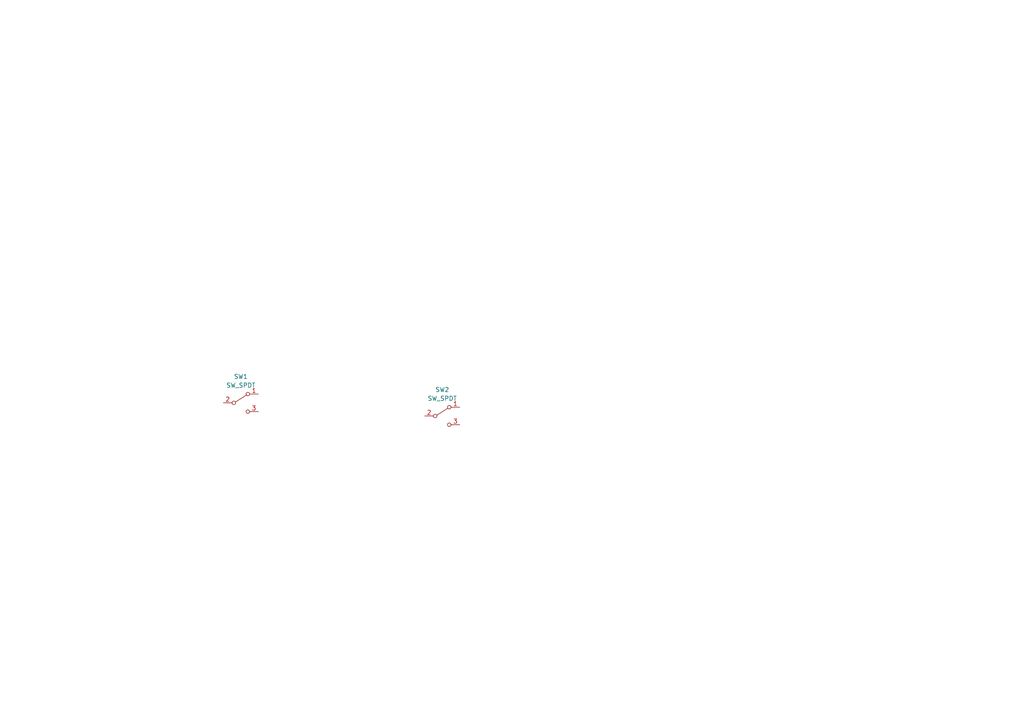
<source format=kicad_sch>
(kicad_sch (version 20230121) (generator eeschema)
  (paper "A4")
  (lib_symbols
    (symbol "Switch:SW_SPDT" (pin_names (offset 0) hide)
      (property "Reference" "SW" (at 0 4.318 0))
      (property "Value" "SW_SPDT" (at 0 -5.08 0))
      (symbol "SW_SPDT_0_0"
        (circle (center -2.032 0) (radius 0.508))
        (circle (center 2.032 -2.54) (radius 0.508))
      )
      (symbol "SW_SPDT_0_1"
        (polyline (pts (xy -1.524 0.254) (xy 1.651 2.286)))
        (circle (center 2.032 2.54) (radius 0.508))
      )
      (symbol "SW_SPDT_1_1"
        (pin passive line (at 5.08 2.54 180) (length 2.54) (name "A") (number "1"))
        (pin passive line (at -5.08 0 0) (length 2.54) (name "B") (number "2"))
        (pin passive line (at 5.08 -2.54 180) (length 2.54) (name "C") (number "3"))
      )
    )
  )
  (symbol (lib_id "Switch:SW_SPDT") (at 69.85 116.84 0) (unit 1)
    (property "Reference" "SW1" (at 69.85 109.22 0))
    (property "Value" "SW_SPDT" (at 69.85 111.76 0))
    (property "Footprint" "Library:MTS-102 panel hole" (effects hide))
  )
  (symbol (lib_id "Switch:SW_SPDT") (at 128.27 120.65 0) (unit 1)
    (property "Reference" "SW2" (at 128.27 113.03 0))
    (property "Value" "SW_SPDT" (at 128.27 115.57 0))
    (property "Footprint" "Library:MTS-102 panel hole" (effects hide))
  )
)
</source>
